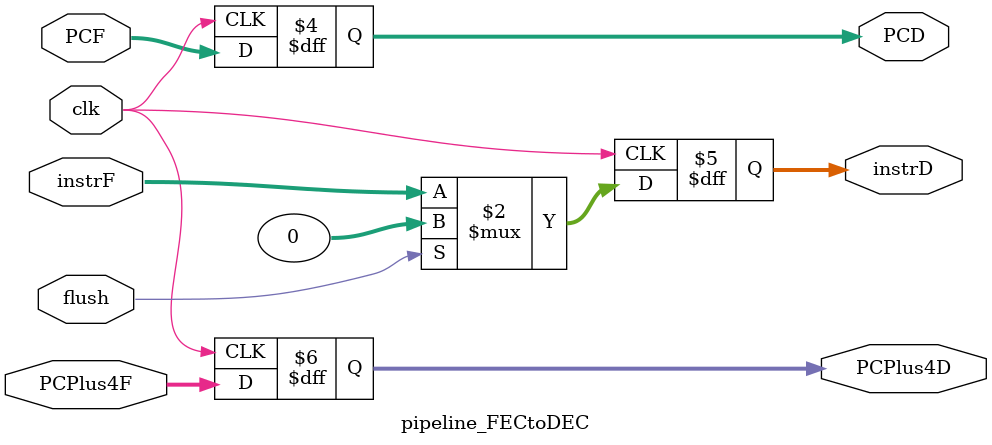
<source format=sv>
module pipeline_FECtoDEC #(
    parameter WIDTH = 32
)(
    input logic clk,
    input logic flush,
    //Fetch stage
    input logic [WIDTH-1:0] PCF,
    input logic [WIDTH-1:0] instrF,
    input logic [WIDTH-1:0] PCPlus4F,
    //Decode Stage
    output logic [WIDTH-1:0] PCD,
    output logic [WIDTH-1:0] instrD,
    output logic [WIDTH-1:0] PCPlus4D
);

always_ff @ (posedge clk) begin
    //Control Unit - (TODO: implement flush instr for assignment)
    instrD <= instrF;
    PCD <= PCF;
    PCPlus4D <= PCPlus4F;

    if (flush) begin
        instrD <= 0; // nop
    end
end

endmodule

</source>
